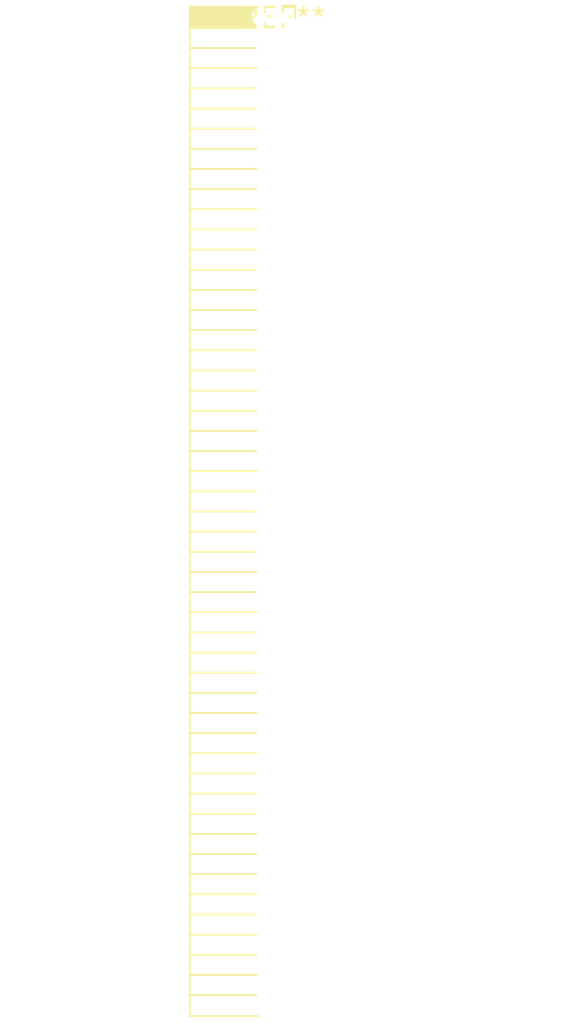
<source format=kicad_pcb>
(kicad_pcb (version 20240108) (generator pcbnew)
  (layers (0 "F.Cu" signal) (31 "B.Cu" signal) (34 "B.Paste" user) (35 "F.Paste" user) (36 "B.SilkS" user "B.Silkscreen") (37 "F.SilkS" user "F.Silkscreen") (38 "B.Mask" user) (39 "F.Mask" user) (44 "Edge.Cuts" user))
  (net 0 "")
  (footprint "PinSocket_2x50_P1.27mm_Horizontal" (layer "F.Cu") (at 0 0)
    (property "Reference" "REF**")
    (property "Value" "PinSocket_2x50_P1.27mm_Horizontal")
    (fp_line (start -5.88 -0.695) (end -5.88 62.925) (layer "F.SilkS") (stroke (width 0.12)))
    (fp_line (start -5.88 -0.695) (end -1.57753 -0.695) (layer "F.SilkS") (stroke (width 0.12)))
    (fp_line (start -5.88 -0.575) (end -1.766966 -0.575) (layer "F.SilkS") (stroke (width 0.12)))
    (fp_line (start -5.88 -0.465) (end -1.871145 -0.465) (layer "F.SilkS") (stroke (width 0.12)))
    (fp_line (start -5.88 -0.355) (end -1.941993 -0.355) (layer "F.SilkS") (stroke (width 0.12)))
    (fp_line (start -5.88 -0.245) (end -1.989427 -0.245) (layer "F.SilkS") (stroke (width 0.12)))
    (fp_line (start -5.88 -0.135) (end -2.017914 -0.135) (layer "F.SilkS") (stroke (width 0.12)))
    (fp_line (start -5.88 -0.025) (end -2.029589 -0.025) (layer "F.SilkS") (stroke (width 0.12)))
    (fp_line (start -5.88 0.085) (end -2.025232 0.085) (layer "F.SilkS") (stroke (width 0.12)))
    (fp_line (start -5.88 0.195) (end -2.004558 0.195) (layer "F.SilkS") (stroke (width 0.12)))
    (fp_line (start -5.88 0.305) (end -1.966114 0.305) (layer "F.SilkS") (stroke (width 0.12)))
    (fp_line (start -5.88 0.415) (end -1.906691 0.415) (layer "F.SilkS") (stroke (width 0.12)))
    (fp_line (start -5.88 0.525) (end -1.819523 0.525) (layer "F.SilkS") (stroke (width 0.12)))
    (fp_line (start -5.88 0.635) (end -1.687582 0.635) (layer "F.SilkS") (stroke (width 0.12)))
    (fp_line (start -5.88 1.905) (end -1.687582 1.905) (layer "F.SilkS") (stroke (width 0.12)))
    (fp_line (start -5.88 3.175) (end -1.687582 3.175) (layer "F.SilkS") (stroke (width 0.12)))
    (fp_line (start -5.88 4.445) (end -1.687582 4.445) (layer "F.SilkS") (stroke (width 0.12)))
    (fp_line (start -5.88 5.715) (end -1.687582 5.715) (layer "F.SilkS") (stroke (width 0.12)))
    (fp_line (start -5.88 6.985) (end -1.687582 6.985) (layer "F.SilkS") (stroke (width 0.12)))
    (fp_line (start -5.88 8.255) (end -1.687582 8.255) (layer "F.SilkS") (stroke (width 0.12)))
    (fp_line (start -5.88 9.525) (end -1.687582 9.525) (layer "F.SilkS") (stroke (width 0.12)))
    (fp_line (start -5.88 10.795) (end -1.687582 10.795) (layer "F.SilkS") (stroke (width 0.12)))
    (fp_line (start -5.88 12.065) (end -1.687582 12.065) (layer "F.SilkS") (stroke (width 0.12)))
    (fp_line (start -5.88 13.335) (end -1.687582 13.335) (layer "F.SilkS") (stroke (width 0.12)))
    (fp_line (start -5.88 14.605) (end -1.687582 14.605) (layer "F.SilkS") (stroke (width 0.12)))
    (fp_line (start -5.88 15.875) (end -1.687582 15.875) (layer "F.SilkS") (stroke (width 0.12)))
    (fp_line (start -5.88 17.145) (end -1.687582 17.145) (layer "F.SilkS") (stroke (width 0.12)))
    (fp_line (start -5.88 18.415) (end -1.687582 18.415) (layer "F.SilkS") (stroke (width 0.12)))
    (fp_line (start -5.88 19.685) (end -1.687582 19.685) (layer "F.SilkS") (stroke (width 0.12)))
    (fp_line (start -5.88 20.955) (end -1.687582 20.955) (layer "F.SilkS") (stroke (width 0.12)))
    (fp_line (start -5.88 22.225) (end -1.687582 22.225) (layer "F.SilkS") (stroke (width 0.12)))
    (fp_line (start -5.88 23.495) (end -1.687582 23.495) (layer "F.SilkS") (stroke (width 0.12)))
    (fp_line (start -5.88 24.765) (end -1.687582 24.765) (layer "F.SilkS") (stroke (width 0.12)))
    (fp_line (start -5.88 26.035) (end -1.687582 26.035) (layer "F.SilkS") (stroke (width 0.12)))
    (fp_line (start -5.88 27.305) (end -1.687582 27.305) (layer "F.SilkS") (stroke (width 0.12)))
    (fp_line (start -5.88 28.575) (end -1.687582 28.575) (layer "F.SilkS") (stroke (width 0.12)))
    (fp_line (start -5.88 29.845) (end -1.687582 29.845) (layer "F.SilkS") (stroke (width 0.12)))
    (fp_line (start -5.88 31.115) (end -1.687582 31.115) (layer "F.SilkS") (stroke (width 0.12)))
    (fp_line (start -5.88 32.385) (end -1.687582 32.385) (layer "F.SilkS") (stroke (width 0.12)))
    (fp_line (start -5.88 33.655) (end -1.687582 33.655) (layer "F.SilkS") (stroke (width 0.12)))
    (fp_line (start -5.88 34.925) (end -1.687582 34.925) (layer "F.SilkS") (stroke (width 0.12)))
    (fp_line (start -5.88 36.195) (end -1.687582 36.195) (layer "F.SilkS") (stroke (width 0.12)))
    (fp_line (start -5.88 37.465) (end -1.687582 37.465) (layer "F.SilkS") (stroke (width 0.12)))
    (fp_line (start -5.88 38.735) (end -1.687582 38.735) (layer "F.SilkS") (stroke (width 0.12)))
    (fp_line (start -5.88 40.005) (end -1.687582 40.005) (layer "F.SilkS") (stroke (width 0.12)))
    (fp_line (start -5.88 41.275) (end -1.687582 41.275) (layer "F.SilkS") (stroke (width 0.12)))
    (fp_line (start -5.88 42.545) (end -1.687582 42.545) (layer "F.SilkS") (stroke (width 0.12)))
    (fp_line (start -5.88 43.815) (end -1.687582 43.815) (layer "F.SilkS") (stroke (width 0.12)))
    (fp_line (start -5.88 45.085) (end -1.687582 45.085) (layer "F.SilkS") (stroke (width 0.12)))
    (fp_line (start -5.88 46.355) (end -1.687582 46.355) (layer "F.SilkS") (stroke (width 0.12)))
    (fp_line (start -5.88 47.625) (end -1.687582 47.625) (layer "F.SilkS") (stroke (width 0.12)))
    (fp_line (start -5.88 48.895) (end -1.687582 48.895) (layer "F.SilkS") (stroke (width 0.12)))
    (fp_line (start -5.88 50.165) (end -1.687582 50.165) (layer "F.SilkS") (stroke (width 0.12)))
    (fp_line (start -5.88 51.435) (end -1.687582 51.435) (layer "F.SilkS") (stroke (width 0.12)))
    (fp_line (start -5.88 52.705) (end -1.687582 52.705) (layer "F.SilkS") (stroke (width 0.12)))
    (fp_line (start -5.88 53.975) (end -1.687582 53.975) (layer "F.SilkS") (stroke (width 0.12)))
    (fp_line (start -5.88 55.245) (end -1.687582 55.245) (layer "F.SilkS") (stroke (width 0.12)))
    (fp_line (start -5.88 56.515) (end -1.687582 56.515) (layer "F.SilkS") (stroke (width 0.12)))
    (fp_line (start -5.88 57.785) (end -1.687582 57.785) (layer "F.SilkS") (stroke (width 0.12)))
    (fp_line (start -5.88 59.055) (end -1.687582 59.055) (layer "F.SilkS") (stroke (width 0.12)))
    (fp_line (start -5.88 60.325) (end -1.687582 60.325) (layer "F.SilkS") (stroke (width 0.12)))
    (fp_line (start -5.88 61.595) (end -1.687582 61.595) (layer "F.SilkS") (stroke (width 0.12)))
    (fp_line (start -5.88 62.925) (end -1.57753 62.925) (layer "F.SilkS") (stroke (width 0.12)))
    (fp_line (start 0 -0.76) (end 0.76 -0.76) (layer "F.SilkS") (stroke (width 0.12)))
    (fp_line (start 0.76 -0.76) (end 0.76 0) (layer "F.SilkS") (stroke (width 0.12)))
    (pad "1" thru_hole rect (at 0 0) (size 1 1) (drill 0.65) (layers *.Cu *.Mask) (remove_unused_layers))
    (pad "2" thru_hole oval (at -1.27 0) (size 1 1) (drill 0.65) (layers *.Cu *.Mask) (remove_unused_layers))
    (pad "3" thru_hole oval (at 0 1.27) (size 1 1) (drill 0.65) (layers *.Cu *.Mask) (remove_unused_layers))
    (pad "4" thru_hole oval (at -1.27 1.27) (size 1 1) (drill 0.65) (layers *.Cu *.Mask) (remove_unused_layers))
    (pad "5" thru_hole oval (at 0 2.54) (size 1 1) (drill 0.65) (layers *.Cu *.Mask) (remove_unused_layers))
    (pad "6" thru_hole oval (at -1.27 2.54) (size 1 1) (drill 0.65) (layers *.Cu *.Mask) (remove_unused_layers))
    (pad "7" thru_hole oval (at 0 3.81) (size 1 1) (drill 0.65) (layers *.Cu *.Mask) (remove_unused_layers))
    (pad "8" thru_hole oval (at -1.27 3.81) (size 1 1) (drill 0.65) (layers *.Cu *.Mask) (remove_unused_layers))
    (pad "9" thru_hole oval (at 0 5.08) (size 1 1) (drill 0.65) (layers *.Cu *.Mask) (remove_unused_layers))
    (pad "10" thru_hole oval (at -1.27 5.08) (size 1 1) (drill 0.65) (layers *.Cu *.Mask) (remove_unused_layers))
    (pad "11" thru_hole oval (at 0 6.35) (size 1 1) (drill 0.65) (layers *.Cu *.Mask) (remove_unused_layers))
    (pad "12" thru_hole oval (at -1.27 6.35) (size 1 1) (drill 0.65) (layers *.Cu *.Mask) (remove_unused_layers))
    (pad "13" thru_hole oval (at 0 7.62) (size 1 1) (drill 0.65) (layers *.Cu *.Mask) (remove_unused_layers))
    (pad "14" thru_hole oval (at -1.27 7.62) (size 1 1) (drill 0.65) (layers *.Cu *.Mask) (remove_unused_layers))
    (pad "15" thru_hole oval (at 0 8.89) (size 1 1) (drill 0.65) (layers *.Cu *.Mask) (remove_unused_layers))
    (pad "16" thru_hole oval (at -1.27 8.89) (size 1 1) (drill 0.65) (layers *.Cu *.Mask) (remove_unused_layers))
    (pad "17" thru_hole oval (at 0 10.16) (size 1 1) (drill 0.65) (layers *.Cu *.Mask) (remove_unused_layers))
    (pad "18" thru_hole oval (at -1.27 10.16) (size 1 1) (drill 0.65) (layers *.Cu *.Mask) (remove_unused_layers))
    (pad "19" thru_hole oval (at 0 11.43) (size 1 1) (drill 0.65) (layers *.Cu *.Mask) (remove_unused_layers))
    (pad "20" thru_hole oval (at -1.27 11.43) (size 1 1) (drill 0.65) (layers *.Cu *.Mask) (remove_unused_layers))
    (pad "21" thru_hole oval (at 0 12.7) (size 1 1) (drill 0.65) (layers *.Cu *.Mask) (remove_unused_layers))
    (pad "22" thru_hole oval (at -1.27 12.7) (size 1 1) (drill 0.65) (layers *.Cu *.Mask) (remove_unused_layers))
    (pad "23" thru_hole oval (at 0 13.97) (size 1 1) (drill 0.65) (layers *.Cu *.Mask) (remove_unused_layers))
    (pad "24" thru_hole oval (at -1.27 13.97) (size 1 1) (drill 0.65) (layers *.Cu *.Mask) (remove_unused_layers))
    (pad "25" thru_hole oval (at 0 15.24) (size 1 1) (drill 0.65) (layers *.Cu *.Mask) (remove_unused_layers))
    (pad "26" thru_hole oval (at -1.27 15.24) (size 1 1) (drill 0.65) (layers *.Cu *.Mask) (remove_unused_layers))
    (pad "27" thru_hole oval (at 0 16.51) (size 1 1) (drill 0.65) (layers *.Cu *.Mask) (remove_unused_layers))
    (pad "28" thru_hole oval (at -1.27 16.51) (size 1 1) (drill 0.65) (layers *.Cu *.Mask) (remove_unused_layers))
    (pad "29" thru_hole oval (at 0 17.78) (size 1 1) (drill 0.65) (layers *.Cu *.Mask) (remove_unused_layers))
    (pad "30" thru_hole oval (at -1.27 17.78) (size 1 1) (drill 0.65) (layers *.Cu *.Mask) (remove_unused_layers))
    (pad "31" thru_hole oval (at 0 19.05) (size 1 1) (drill 0.65) (layers *.Cu *.Mask) (remove_unused_layers))
    (pad "32" thru_hole oval (at -1.27 19.05) (size 1 1) (drill 0.65) (layers *.Cu *.Mask) (remove_unused_layers))
    (pad "33" thru_hole oval (at 0 20.32) (size 1 1) (drill 0.65) (layers *.Cu *.Mask) (remove_unused_layers))
    (pad "34" thru_hole oval (at -1.27 20.32) (size 1 1) (drill 0.65) (layers *.Cu *.Mask) (remove_unused_layers))
    (pad "35" thru_hole oval (at 0 21.59) (size 1 1) (drill 0.65) (layers *.Cu *.Mask) (remove_unused_layers))
    (pad "36" thru_hole oval (at -1.27 21.59) (size 1 1) (drill 0.65) (layers *.Cu *.Mask) (remove_unused_layers))
    (pad "37" thru_hole oval (at 0 22.86) (size 1 1) (drill 0.65) (layers *.Cu *.Mask) (remove_unused_layers))
    (pad "38" thru_hole oval (at -1.27 22.86) (size 1 1) (drill 0.65) (layers *.Cu *.Mask) (remove_unused_layers))
    (pad "39" thru_hole oval (at 0 24.13) (size 1 1) (drill 0.65) (layers *.Cu *.Mask) (remove_unused_layers))
    (pad "40" thru_hole oval (at -1.27 24.13) (size 1 1) (drill 0.65) (layers *.Cu *.Mask) (remove_unused_layers))
    (pad "41" thru_hole oval (at 0 25.4) (size 1 1) (drill 0.65) (layers *.Cu *.Mask) (remove_unused_layers))
    (pad "42" thru_hole oval (at -1.27 25.4) (size 1 1) (drill 0.65) (layers *.Cu *.Mask) (remove_unused_layers))
    (pad "43" thru_hole oval (at 0 26.67) (size 1 1) (drill 0.65) (layers *.Cu *.Mask) (remove_unused_layers))
    (pad "44" thru_hole oval (at -1.27 26.67) (size 1 1) (drill 0.65) (layers *.Cu *.Mask) (remove_unused_layers))
    (pad "45" thru_hole oval (at 0 27.94) (size 1 1) (drill 0.65) (layers *.Cu *.Mask) (remove_unused_layers))
    (pad "46" thru_hole oval (at -1.27 27.94) (size 1 1) (drill 0.65) (layers *.Cu *.Mask) (remove_unused_layers))
    (pad "47" thru_hole oval (at 0 29.21) (size 1 1) (drill 0.65) (layers *.Cu *.Mask) (remove_unused_layers))
    (pad "48" thru_hole oval (at -1.27 29.21) (size 1 1) (drill 0.65) (layers *.Cu *.Mask) (remove_unused_layers))
    (pad "49" thru_hole oval (at 0 30.48) (size 1 1) (drill 0.65) (layers *.Cu *.Mask) (remove_unused_layers))
    (pad "50" thru_hole oval (at -1.27 30.48) (size 1 1) (drill 0.65) (layers *.Cu *.Mask) (remove_unused_layers))
    (pad "51" thru_hole oval (at 0 31.75) (size 1 1) (drill 0.65) (layers *.Cu *.Mask) (remove_unused_layers))
    (pad "52" thru_hole oval (at -1.27 31.75) (size 1 1) (drill 0.65) (layers *.Cu *.Mask) (remove_unused_layers))
    (pad "53" thru_hole oval (at 0 33.02) (size 1 1) (drill 0.65) (layers *.Cu *.Mask) (remove_unused_layers))
    (pad "54" thru_hole oval (at -1.27 33.02) (size 1 1) (drill 0.65) (layers *.Cu *.Mask) (remove_unused_layers))
    (pad "55" thru_hole oval (at 0 34.29) (size 1 1) (drill 0.65) (layers *.Cu *.Mask) (remove_unused_layers))
    (pad "56" thru_hole oval (at -1.27 34.29) (size 1 1) (drill 0.65) (layers *.Cu *.Mask) (remove_unused_layers))
    (pad "57" thru_hole oval (at 0 35.56) (size 1 1) (drill 0.65) (layers *.Cu *.Mask) (remove_unused_layers))
    (pad "58" thru_hole oval (at -1.27 35.56) (size 1 1) (drill 0.65) (layers *.Cu *.Mask) (remove_unused_layers))
    (pad "59" thru_hole oval (at 0 36.83) (size 1 1) (drill 0.65) (layers *.Cu *.Mask) (remove_unused_layers))
    (pad "60" thru_hole oval (at -1.27 36.83) (size 1 1) (drill 0.65) (layers *.Cu *.Mask) (remove_unused_layers))
    (pad "61" thru_hole oval (at 0 38.1) (size 1 1) (drill 0.65) (layers *.Cu *.Mask) (remove_unused_layers))
    (pad "62" thru_hole oval (at -1.27 38.1) (size 1 1) (drill 0.65) (layers *.Cu *.Mask) (remove_unused_layers))
    (pad "63" thru_hole oval (at 0 39.37) (size 1 1) (drill 0.65) (layers *.Cu *.Mask) (remove_unused_layers))
    (pad "64" thru_hole oval (at -1.27 39.37) (size 1 1) (drill 0.65) (layers *.Cu *.Mask) (remove_unused_layers))
    (pad "65" thru_hole oval (at 0 40.64) (size 1 1) (drill 0.65) (layers *.Cu *.Mask) (remove_unused_layers))
    (pad "66" thru_hole oval (at -1.27 40.64) (size 1 1) (drill 0.65) (layers *.Cu *.Mask) (remove_unused_layers))
    (pad "67" thru_hole oval (at 0 41.91) (size 1 1) (drill 0.65) (layers *.Cu *.Mask) (remove_unused_layers))
    (pad "68" thru_hole oval (at -1.27 41.91) (size 1 1) (drill 0.65) (layers *.Cu *.Mask) (remove_unused_layers))
    (pad "69" thru_hole oval (at 0 43.18) (size 1 1) (drill 0.65) (layers *.Cu *.Mask) (remove_unused_layers))
    (pad "70" thru_hole oval (at -1.27 43.18) (size 1 1) (drill 0.65) (layers *.Cu *.Mask) (remove_unused_layers))
    (pad "71" thru_hole oval (at 0 44.45) (size 1 1) (drill 0.65) (layers *.Cu *.Mask) (remove_unused_layers))
    (pad "72" thru_hole oval (at -1.27 44.45) (size 1 1) (drill 0.65) (layers *.Cu *.Mask) (remove_unused_layers))
    (pad "73" thru_hole oval (at 0 45.72) (size 1 1) (drill 0.65) (layers *.Cu *.Mask) (remove_unused_layers))
    (pad "74" thru_hole oval (at -1.27 45.72) (size 1 1) (drill 0.65) (layers *.Cu *.Mask) (remove_unused_layers))
    (pad "75" thru_hole oval (at 0 46.99) (size 1 1) (drill 0.65) (layers *.Cu *.Mask) (remove_unused_layers))
    (pad "76" thru_hole oval (at -1.27 46.99) (size 1 1) (drill 0.65) (layers *.Cu *.Mask) (remove_unused_layers))
    (pad "77" thru_hole oval (at 0 48.26) (size 1 1) (drill 0.65) (layers *.Cu *.Mask) (remove_unused_layers))
    (pad "78" thru_hole oval (at -1.27 48.26) (size 1 1) (drill 0.65) (layers *.Cu *.Mask) (remove_unused_layers))
    (pad "79" thru_hole oval (at 0 49.53) (size 1 1) (drill 0.65) (layers *.Cu *.Mask) (remove_unused_layers))
    (pad "80" thru_hole oval (at -1.27 49.53) (size 1 1) (drill 0.65) (layers *.Cu *.Mask) (remove_unused_layers))
    (pad "81" thru_hole oval (at 0 50.8) (size 1 1) (drill 0.65) (layers *.Cu *.Mask) (remove_unused_layers))
    (pad "82" thru_hole oval (at -1.27 50.8) (size 1 1) (drill 0.65) (layers *.Cu *.Mask) (remove_unused_layers))
    (pad "83" thru_hole oval (at 0 52.07) (size 1 1) (drill 0.65) (layers *.Cu *.Mask) (remove_unused_layers))
    (pad "84" thru_hole oval (at -1.27 52.07) (size 1 1) (drill 0.65) (layers *.Cu *.Mask) (remove_unused_layers))
    (pad "85" thru_hole oval (at 0 53.34) (size 1 1) (drill 0.65) (layers *.Cu *.Mask) (remove_unused_layers))
    (pad "86" thru_hole oval (at -1.27 53.34) (size 1 1) (drill 0.65) (layers *.Cu *.Mask) (remove_unused_layers))
    (pad "87" thru_hole oval (at 0 54.61) (size 1 1) (drill 0.65) (layers *.Cu *.Mask) (remove_unused_layers))
    (pad "88" thru_hole oval (at -1.27 54.61) (size 1 1) (drill 0.65) (layers *.Cu *.Mask) (remove_unused_layers))
    (pad "89" thru_hole oval (at 0 55.88) (size 1 1) (drill 0.65) (layers *.Cu *.Mask) (remove_unused_layers))
    (pad "90" thru_hole oval (at -1.27 55.88) (size 1 1) (drill 0.65) (layers *.Cu *.Mask) (remove_unused_layers))
    (pad "91" thru_hole oval (at 0 57.15) (size 1 1) (drill 0.65) (layers *.Cu *.Mask) (remove_unused_layers))
    (pad "92" thru_hole oval (at -1.27 57.15) (size 1 1) (drill 0.65) (layers *.Cu *.Mask) (remove_unused_layers))
    (pad "93" thru_hole oval (at 0 58.42) (size 1 1) (drill 0.65) (layers *.Cu *.Mask) (remove_unused_layers))
    (pad "94" thru_hole oval (at -1.27 58.42) (size 1 1) (drill 0.65) (layers *.Cu *.Mask) (remove_unused_layers))
    (pad "95" thru_hole oval (at 0 59.69) (size 1 1) (drill 0.65) (layers *.Cu *.Mask) (remove_unused_layers))
    (pad "96" thru_hole oval (at -1.27 59.69) (size 1 1) (drill 0.65) (layers *.Cu *.Mask) (remove_unused_layers))
    (pad "97" thru_hole oval (at 0 60.96) (size 1 1) (drill 0.65) (layers *.Cu *.Mask) (remove_unused_layers))
    (pad "98" thru_hole oval (at -1.27 60.96) (size 1 1) (drill 0.65) (layers *.Cu *.Mask) (remove_unused_layers))
    (pad "99" thru_hole oval (at 0 62.23) (size 1 1) (drill 0.65) (layers *.Cu *.Mask) (remove_unused_layers))
    (pad "100" thru_hole oval (at -1.27 62.23) (size 1 1) (drill 0.65) (layers *.Cu *.Mask) (remove_unused_layers))
  )
)
</source>
